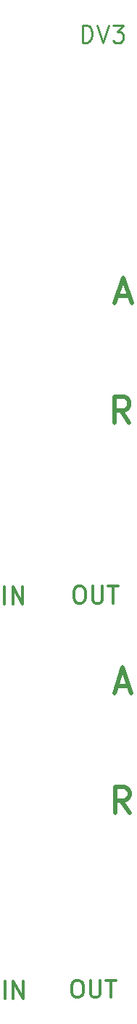
<source format=gtl>
G04 #@! TF.GenerationSoftware,KiCad,Pcbnew,5.1.7-a382d34a8~87~ubuntu18.04.1*
G04 #@! TF.CreationDate,2021-01-14T14:23:33+00:00*
G04 #@! TF.ProjectId,dv3-panel,6476332d-7061-46e6-956c-2e6b69636164,rev?*
G04 #@! TF.SameCoordinates,Original*
G04 #@! TF.FileFunction,Copper,L1,Top*
G04 #@! TF.FilePolarity,Positive*
%FSLAX46Y46*%
G04 Gerber Fmt 4.6, Leading zero omitted, Abs format (unit mm)*
G04 Created by KiCad (PCBNEW 5.1.7-a382d34a8~87~ubuntu18.04.1) date 2021-01-14 14:23:33*
%MOMM*%
%LPD*%
G01*
G04 APERTURE LIST*
G04 #@! TA.AperFunction,NonConductor*
%ADD10C,0.300000*%
G04 #@! TD*
G04 #@! TA.AperFunction,NonConductor*
%ADD11C,0.500000*%
G04 #@! TD*
G04 #@! TA.AperFunction,NonConductor*
%ADD12C,0.250000*%
G04 #@! TD*
G04 APERTURE END LIST*
D10*
X146615400Y-155952961D02*
X146996352Y-155952961D01*
X147186828Y-156048200D01*
X147377304Y-156238676D01*
X147472542Y-156619628D01*
X147472542Y-157286295D01*
X147377304Y-157667247D01*
X147186828Y-157857723D01*
X146996352Y-157952961D01*
X146615400Y-157952961D01*
X146424923Y-157857723D01*
X146234447Y-157667247D01*
X146139209Y-157286295D01*
X146139209Y-156619628D01*
X146234447Y-156238676D01*
X146424923Y-156048200D01*
X146615400Y-155952961D01*
X148329685Y-155952961D02*
X148329685Y-157572009D01*
X148424923Y-157762485D01*
X148520161Y-157857723D01*
X148710638Y-157952961D01*
X149091590Y-157952961D01*
X149282066Y-157857723D01*
X149377304Y-157762485D01*
X149472542Y-157572009D01*
X149472542Y-155952961D01*
X150139209Y-155952961D02*
X151282066Y-155952961D01*
X150710638Y-157952961D02*
X150710638Y-155952961D01*
X138372980Y-158054561D02*
X138372980Y-156054561D01*
X139325361Y-158054561D02*
X139325361Y-156054561D01*
X140468219Y-158054561D01*
X140468219Y-156054561D01*
D11*
X152909471Y-136383542D02*
X151909471Y-134954971D01*
X151195185Y-136383542D02*
X151195185Y-133383542D01*
X152338042Y-133383542D01*
X152623757Y-133526400D01*
X152766614Y-133669257D01*
X152909471Y-133954971D01*
X152909471Y-134383542D01*
X152766614Y-134669257D01*
X152623757Y-134812114D01*
X152338042Y-134954971D01*
X151195185Y-134954971D01*
X151393614Y-121569100D02*
X152822185Y-121569100D01*
X151107900Y-122426242D02*
X152107900Y-119426242D01*
X153107900Y-122426242D01*
D10*
X146869400Y-109928161D02*
X147250352Y-109928161D01*
X147440828Y-110023400D01*
X147631304Y-110213876D01*
X147726542Y-110594828D01*
X147726542Y-111261495D01*
X147631304Y-111642447D01*
X147440828Y-111832923D01*
X147250352Y-111928161D01*
X146869400Y-111928161D01*
X146678923Y-111832923D01*
X146488447Y-111642447D01*
X146393209Y-111261495D01*
X146393209Y-110594828D01*
X146488447Y-110213876D01*
X146678923Y-110023400D01*
X146869400Y-109928161D01*
X148583685Y-109928161D02*
X148583685Y-111547209D01*
X148678923Y-111737685D01*
X148774161Y-111832923D01*
X148964638Y-111928161D01*
X149345590Y-111928161D01*
X149536066Y-111832923D01*
X149631304Y-111737685D01*
X149726542Y-111547209D01*
X149726542Y-109928161D01*
X150393209Y-109928161D02*
X151536066Y-109928161D01*
X150964638Y-111928161D02*
X150964638Y-109928161D01*
X138296780Y-112004361D02*
X138296780Y-110004361D01*
X139249161Y-112004361D02*
X139249161Y-110004361D01*
X140392019Y-112004361D01*
X140392019Y-110004361D01*
D11*
X152871371Y-90841342D02*
X151871371Y-89412771D01*
X151157085Y-90841342D02*
X151157085Y-87841342D01*
X152299942Y-87841342D01*
X152585657Y-87984200D01*
X152728514Y-88127057D01*
X152871371Y-88412771D01*
X152871371Y-88841342D01*
X152728514Y-89127057D01*
X152585657Y-89269914D01*
X152299942Y-89412771D01*
X151157085Y-89412771D01*
X151431714Y-76039600D02*
X152860285Y-76039600D01*
X151146000Y-76896742D02*
X152146000Y-73896742D01*
X153146000Y-76896742D01*
D12*
X147412366Y-46459661D02*
X147412366Y-44459661D01*
X147888557Y-44459661D01*
X148174271Y-44554900D01*
X148364747Y-44745376D01*
X148459985Y-44935852D01*
X148555223Y-45316804D01*
X148555223Y-45602519D01*
X148459985Y-45983471D01*
X148364747Y-46173947D01*
X148174271Y-46364423D01*
X147888557Y-46459661D01*
X147412366Y-46459661D01*
X149126652Y-44459661D02*
X149793319Y-46459661D01*
X150459985Y-44459661D01*
X150936176Y-44459661D02*
X152174271Y-44459661D01*
X151507604Y-45221566D01*
X151793319Y-45221566D01*
X151983795Y-45316804D01*
X152079033Y-45412042D01*
X152174271Y-45602519D01*
X152174271Y-46078709D01*
X152079033Y-46269185D01*
X151983795Y-46364423D01*
X151793319Y-46459661D01*
X151221890Y-46459661D01*
X151031414Y-46364423D01*
X150936176Y-46269185D01*
M02*

</source>
